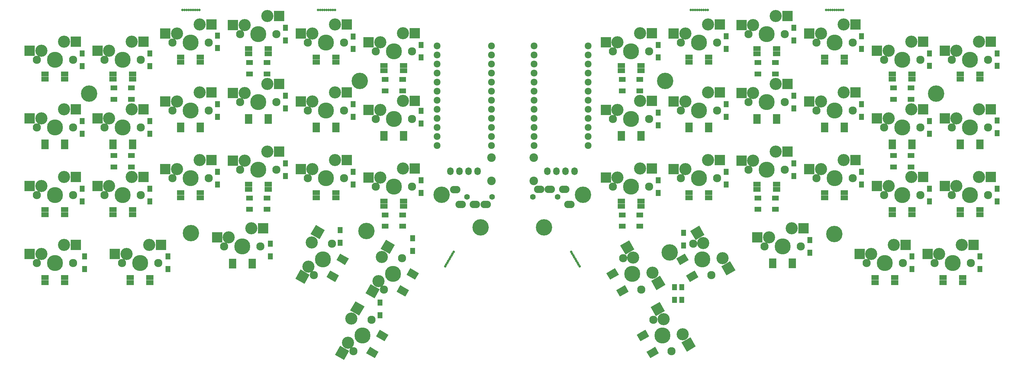
<source format=gbr>
%TF.GenerationSoftware,KiCad,Pcbnew,(5.1.6-0-10_14)*%
%TF.CreationDate,2020-09-29T15:33:20+02:00*%
%TF.ProjectId,cornetrack,636f726e-6574-4726-9163-6b2e6b696361,1.1*%
%TF.SameCoordinates,Original*%
%TF.FileFunction,Soldermask,Bot*%
%TF.FilePolarity,Negative*%
%FSLAX46Y46*%
G04 Gerber Fmt 4.6, Leading zero omitted, Abs format (unit mm)*
G04 Created by KiCad (PCBNEW (5.1.6-0-10_14)) date 2020-09-29 15:33:20*
%MOMM*%
%LPD*%
G01*
G04 APERTURE LIST*
%ADD10C,0.100000*%
%ADD11C,4.500000*%
%ADD12C,2.300000*%
%ADD13C,3.400000*%
%ADD14C,0.700000*%
%ADD15R,2.950000X2.900000*%
%ADD16R,1.400000X1.800000*%
%ADD17R,2.100000X1.400000*%
%ADD18C,1.600000*%
%ADD19O,2.900000X2.100000*%
%ADD20C,1.924000*%
%ADD21C,4.600000*%
%ADD22O,1.797000X2.178000*%
%ADD23C,2.400000*%
%ADD24R,1.900000X1.400000*%
G04 APERTURE END LIST*
D10*
%TO.C,SW41*%
G36*
X191063916Y-106278914D02*
G01*
X188552442Y-107728914D01*
X187077442Y-105174140D01*
X189588916Y-103724140D01*
X191063916Y-106278914D01*
G37*
D11*
X190413474Y-113132317D03*
D12*
X192953474Y-117531726D03*
X187873474Y-108732908D03*
D10*
G36*
X199727120Y-116204024D02*
G01*
X197215646Y-117654024D01*
X195740646Y-115099250D01*
X198252120Y-113649250D01*
X199727120Y-116204024D01*
G37*
D13*
X190708179Y-108562760D03*
X196082883Y-112792022D03*
%TD*%
D14*
%TO.C,REF\u002A\u002A*%
X130681375Y-91712608D03*
X130978250Y-91198405D03*
X131275125Y-90684203D03*
X131572000Y-90170000D03*
X131868875Y-89655798D03*
X129790750Y-93255216D03*
X130384500Y-92226811D03*
X129493875Y-93769418D03*
X130087625Y-92741013D03*
%TD*%
%TO.C,REF\u002A\u002A*%
X166584375Y-92741013D03*
X167178125Y-93769418D03*
X166287500Y-92226811D03*
X166881250Y-93255216D03*
X164803125Y-89655798D03*
X165100000Y-90170000D03*
X165396875Y-90684203D03*
X165693750Y-91198405D03*
X165990625Y-91712608D03*
%TD*%
D15*
%TO.C,SW44*%
X36898500Y-90290000D03*
D11*
X43983500Y-92830000D03*
D12*
X49063500Y-92830000D03*
X38903500Y-92830000D03*
D15*
X49825500Y-87750000D03*
D13*
X40173500Y-90290000D03*
X46523500Y-87750000D03*
%TD*%
D10*
%TO.C,SW21*%
G36*
X108622058Y-98717434D02*
G01*
X111133532Y-100167434D01*
X109658532Y-102722208D01*
X107147058Y-101272208D01*
X108622058Y-98717434D01*
G37*
D11*
X114882500Y-95854031D03*
D12*
X117422500Y-91454622D03*
X112342500Y-100253440D03*
D10*
G36*
X112885854Y-86252324D02*
G01*
X115397328Y-87702324D01*
X113922328Y-90257098D01*
X111410854Y-88807098D01*
X112885854Y-86252324D01*
G37*
D13*
X110777795Y-97883588D03*
X111753091Y-91114326D03*
%TD*%
D15*
%TO.C,SW8*%
X32022500Y-52240000D03*
D11*
X39107500Y-54780000D03*
D12*
X44187500Y-54780000D03*
X34027500Y-54780000D03*
D15*
X44949500Y-49700000D03*
D13*
X35297500Y-52240000D03*
X41647500Y-49700000D03*
%TD*%
D16*
%TO.C,D41*%
X195834000Y-103121000D03*
X195834000Y-99571000D03*
%TD*%
%TO.C,D47*%
X260350000Y-90935000D03*
X260350000Y-94485000D03*
%TD*%
%TO.C,D46*%
X279400000Y-94488000D03*
X279400000Y-90938000D03*
%TD*%
%TO.C,D45*%
X80518000Y-87376000D03*
X80518000Y-90926000D03*
%TD*%
%TO.C,D44*%
X51816000Y-90932000D03*
X51816000Y-94482000D03*
%TD*%
%TO.C,D43*%
X28448000Y-90932000D03*
X28448000Y-94482000D03*
%TD*%
D10*
%TO.C,SW42*%
G36*
X182554762Y-89000628D02*
G01*
X180043288Y-90450628D01*
X178568288Y-87895854D01*
X181079762Y-86445854D01*
X182554762Y-89000628D01*
G37*
D11*
X181904320Y-95854031D03*
D12*
X184444320Y-100253440D03*
X179364320Y-91454622D03*
D10*
G36*
X191217966Y-98925738D02*
G01*
X188706492Y-100375738D01*
X187231492Y-97820964D01*
X189742966Y-96370964D01*
X191217966Y-98925738D01*
G37*
D13*
X182199025Y-91284474D03*
X187573729Y-95513736D03*
%TD*%
D15*
%TO.C,SW48*%
X216999500Y-85602000D03*
D11*
X224084500Y-88142000D03*
D12*
X229164500Y-88142000D03*
X219004500Y-88142000D03*
D15*
X229926500Y-83062000D03*
D13*
X220274500Y-85602000D03*
X226624500Y-83062000D03*
%TD*%
D15*
%TO.C,SW38*%
X193529500Y-66485000D03*
D11*
X200614500Y-69025000D03*
D12*
X205694500Y-69025000D03*
X195534500Y-69025000D03*
D15*
X206456500Y-63945000D03*
D13*
X196804500Y-66485000D03*
X203154500Y-63945000D03*
%TD*%
D15*
%TO.C,SW34*%
X269529500Y-71235000D03*
D11*
X276614500Y-73775000D03*
D12*
X281694500Y-73775000D03*
X271534500Y-73775000D03*
D15*
X282456500Y-68695000D03*
D13*
X272804500Y-71235000D03*
X279154500Y-68695000D03*
%TD*%
D15*
%TO.C,SW32*%
X193529500Y-47485000D03*
D11*
X200614500Y-50025000D03*
D12*
X205694500Y-50025000D03*
X195534500Y-50025000D03*
D15*
X206456500Y-44945000D03*
D13*
X196804500Y-47485000D03*
X203154500Y-44945000D03*
%TD*%
D15*
%TO.C,SW31*%
X212529500Y-45110000D03*
D11*
X219614500Y-47650000D03*
D12*
X224694500Y-47650000D03*
X214534500Y-47650000D03*
D15*
X225456500Y-42570000D03*
D13*
X215804500Y-45110000D03*
X222154500Y-42570000D03*
%TD*%
D15*
%TO.C,SW30*%
X231529500Y-47485000D03*
D11*
X238614500Y-50025000D03*
D12*
X243694500Y-50025000D03*
X233534500Y-50025000D03*
D15*
X244456500Y-44945000D03*
D13*
X234804500Y-47485000D03*
X241154500Y-44945000D03*
%TD*%
D15*
%TO.C,SW29*%
X250529500Y-52235000D03*
D11*
X257614500Y-54775000D03*
D12*
X262694500Y-54775000D03*
X252534500Y-54775000D03*
D15*
X263456500Y-49695000D03*
D13*
X253804500Y-52235000D03*
X260154500Y-49695000D03*
%TD*%
D15*
%TO.C,SW28*%
X269529500Y-52235000D03*
D11*
X276614500Y-54775000D03*
D12*
X281694500Y-54775000D03*
X271534500Y-54775000D03*
D15*
X282456500Y-49695000D03*
D13*
X272804500Y-52235000D03*
X279154500Y-49695000D03*
%TD*%
D15*
%TO.C,SW27*%
X174522500Y-30865000D03*
D11*
X181607500Y-33405000D03*
D12*
X186687500Y-33405000D03*
X176527500Y-33405000D03*
D15*
X187449500Y-28325000D03*
D13*
X177797500Y-30865000D03*
X184147500Y-28325000D03*
%TD*%
D15*
%TO.C,SW26*%
X193529500Y-28485000D03*
D11*
X200614500Y-31025000D03*
D12*
X205694500Y-31025000D03*
X195534500Y-31025000D03*
D15*
X206456500Y-25945000D03*
D13*
X196804500Y-28485000D03*
X203154500Y-25945000D03*
%TD*%
D15*
%TO.C,SW25*%
X212529500Y-26110000D03*
D11*
X219614500Y-28650000D03*
D12*
X224694500Y-28650000D03*
X214534500Y-28650000D03*
D15*
X225456500Y-23570000D03*
D13*
X215804500Y-26110000D03*
X222154500Y-23570000D03*
%TD*%
D15*
%TO.C,SW24*%
X231529500Y-28485000D03*
D11*
X238614500Y-31025000D03*
D12*
X243694500Y-31025000D03*
X233534500Y-31025000D03*
D15*
X244456500Y-25945000D03*
D13*
X234804500Y-28485000D03*
X241154500Y-25945000D03*
%TD*%
D15*
%TO.C,SW23*%
X250529500Y-33235000D03*
D11*
X257614500Y-35775000D03*
D12*
X262694500Y-35775000D03*
X252534500Y-35775000D03*
D15*
X263456500Y-30695000D03*
D13*
X253804500Y-33235000D03*
X260154500Y-30695000D03*
%TD*%
D15*
%TO.C,SW22*%
X269529500Y-33235000D03*
D11*
X276614500Y-35775000D03*
D12*
X281694500Y-35775000D03*
X271534500Y-35775000D03*
D15*
X282456500Y-30695000D03*
D13*
X272804500Y-33235000D03*
X279154500Y-30695000D03*
%TD*%
D10*
%TO.C,SW20*%
G36*
X100088058Y-115995720D02*
G01*
X102599532Y-117445720D01*
X101124532Y-120000494D01*
X98613058Y-118550494D01*
X100088058Y-115995720D01*
G37*
D11*
X106348500Y-113132317D03*
D12*
X108888500Y-108732908D03*
X103808500Y-117531726D03*
D10*
G36*
X104351854Y-103530610D02*
G01*
X106863328Y-104980610D01*
X105388328Y-107535384D01*
X102876854Y-106085384D01*
X104351854Y-103530610D01*
G37*
D13*
X102243795Y-115161874D03*
X103219091Y-108392612D03*
%TD*%
D10*
%TO.C,SW19*%
G36*
X88983058Y-94609027D02*
G01*
X91494532Y-96059027D01*
X90019532Y-98613801D01*
X87508058Y-97163801D01*
X88983058Y-94609027D01*
G37*
D11*
X95243500Y-91745624D03*
D12*
X97783500Y-87346215D03*
X92703500Y-96145033D03*
D10*
G36*
X93246854Y-82143917D02*
G01*
X95758328Y-83593917D01*
X94283328Y-86148691D01*
X91771854Y-84698691D01*
X93246854Y-82143917D01*
G37*
D13*
X91138795Y-93775181D03*
X92114091Y-87005919D03*
%TD*%
D15*
%TO.C,SW18*%
X108022500Y-68865000D03*
D11*
X115107500Y-71405000D03*
D12*
X120187500Y-71405000D03*
X110027500Y-71405000D03*
D15*
X120949500Y-66325000D03*
D13*
X111297500Y-68865000D03*
X117647500Y-66325000D03*
%TD*%
D15*
%TO.C,SW17*%
X89022500Y-66490000D03*
D11*
X96107500Y-69030000D03*
D12*
X101187500Y-69030000D03*
X91027500Y-69030000D03*
D15*
X101949500Y-63950000D03*
D13*
X92297500Y-66490000D03*
X98647500Y-63950000D03*
%TD*%
D15*
%TO.C,SW16*%
X70022500Y-64115000D03*
D11*
X77107500Y-66655000D03*
D12*
X82187500Y-66655000D03*
X72027500Y-66655000D03*
D15*
X82949500Y-61575000D03*
D13*
X73297500Y-64115000D03*
X79647500Y-61575000D03*
%TD*%
D15*
%TO.C,SW12*%
X108022500Y-49865000D03*
D11*
X115107500Y-52405000D03*
D12*
X120187500Y-52405000D03*
X110027500Y-52405000D03*
D15*
X120949500Y-47325000D03*
D13*
X111297500Y-49865000D03*
X117647500Y-47325000D03*
%TD*%
D15*
%TO.C,SW11*%
X89022500Y-47490000D03*
D11*
X96107500Y-50030000D03*
D12*
X101187500Y-50030000D03*
X91027500Y-50030000D03*
D15*
X101949500Y-44950000D03*
D13*
X92297500Y-47490000D03*
X98647500Y-44950000D03*
%TD*%
D15*
%TO.C,SW10*%
X70022500Y-45115000D03*
D11*
X77107500Y-47655000D03*
D12*
X82187500Y-47655000D03*
X72027500Y-47655000D03*
D15*
X82949500Y-42575000D03*
D13*
X73297500Y-45115000D03*
X79647500Y-42575000D03*
%TD*%
D15*
%TO.C,SW9*%
X51022500Y-47490000D03*
D11*
X58107500Y-50030000D03*
D12*
X63187500Y-50030000D03*
X53027500Y-50030000D03*
D15*
X63949500Y-44950000D03*
D13*
X54297500Y-47490000D03*
X60647500Y-44950000D03*
%TD*%
D15*
%TO.C,SW5*%
X89022500Y-28490000D03*
D11*
X96107500Y-31030000D03*
D12*
X101187500Y-31030000D03*
X91027500Y-31030000D03*
D15*
X101949500Y-25950000D03*
D13*
X92297500Y-28490000D03*
X98647500Y-25950000D03*
%TD*%
D15*
%TO.C,SW4*%
X70022500Y-26115000D03*
D11*
X77107500Y-28655000D03*
D12*
X82187500Y-28655000D03*
X72027500Y-28655000D03*
D15*
X82949500Y-23575000D03*
D13*
X73297500Y-26115000D03*
X79647500Y-23575000D03*
%TD*%
D15*
%TO.C,SW3*%
X51022500Y-28490000D03*
D11*
X58107500Y-31030000D03*
D12*
X63187500Y-31030000D03*
X53027500Y-31030000D03*
D15*
X63949500Y-25950000D03*
D13*
X54297500Y-28490000D03*
X60647500Y-25950000D03*
%TD*%
D15*
%TO.C,SW2*%
X32022500Y-33240000D03*
D11*
X39107500Y-35780000D03*
D12*
X44187500Y-35780000D03*
X34027500Y-35780000D03*
D15*
X44949500Y-30700000D03*
D13*
X35297500Y-33240000D03*
X41647500Y-30700000D03*
%TD*%
D15*
%TO.C,SW1*%
X13022500Y-33240000D03*
D11*
X20107500Y-35780000D03*
D12*
X25187500Y-35780000D03*
X15027500Y-35780000D03*
D15*
X25949500Y-30700000D03*
D13*
X16297500Y-33240000D03*
X22647500Y-30700000D03*
%TD*%
D15*
%TO.C,SW7*%
X13022500Y-52240000D03*
D11*
X20107500Y-54780000D03*
D12*
X25187500Y-54780000D03*
X15027500Y-54780000D03*
D15*
X25949500Y-49700000D03*
D13*
X16297500Y-52240000D03*
X22647500Y-49700000D03*
%TD*%
D15*
%TO.C,SW14*%
X32022500Y-71240000D03*
D11*
X39107500Y-73780000D03*
D12*
X44187500Y-73780000D03*
X34027500Y-73780000D03*
D15*
X44949500Y-68700000D03*
D13*
X35297500Y-71240000D03*
X41647500Y-68700000D03*
%TD*%
D15*
%TO.C,SW37*%
X212529500Y-64110000D03*
D11*
X219614500Y-66650000D03*
D12*
X224694500Y-66650000D03*
X214534500Y-66650000D03*
D15*
X225456500Y-61570000D03*
D13*
X215804500Y-64110000D03*
X222154500Y-61570000D03*
%TD*%
D15*
%TO.C,SW35*%
X250529500Y-71235000D03*
D11*
X257614500Y-73775000D03*
D12*
X262694500Y-73775000D03*
X252534500Y-73775000D03*
D15*
X263456500Y-68695000D03*
D13*
X253804500Y-71235000D03*
X260154500Y-68695000D03*
%TD*%
D15*
%TO.C,SW13*%
X13022500Y-71240000D03*
D11*
X20107500Y-73780000D03*
D12*
X25187500Y-73780000D03*
X15027500Y-73780000D03*
D15*
X25949500Y-68700000D03*
D13*
X16297500Y-71240000D03*
X22647500Y-68700000D03*
%TD*%
D15*
%TO.C,SW39*%
X174529500Y-68860000D03*
D11*
X181614500Y-71400000D03*
D12*
X186694500Y-71400000D03*
X176534500Y-71400000D03*
D15*
X187456500Y-66320000D03*
D13*
X177804500Y-68860000D03*
X184154500Y-66320000D03*
%TD*%
D15*
%TO.C,SW33*%
X174529500Y-49860000D03*
D11*
X181614500Y-52400000D03*
D12*
X186694500Y-52400000D03*
X176534500Y-52400000D03*
D15*
X187456500Y-47320000D03*
D13*
X177804500Y-49860000D03*
X184154500Y-47320000D03*
%TD*%
D15*
%TO.C,SW6*%
X108022500Y-30865000D03*
D11*
X115107500Y-33405000D03*
D12*
X120187500Y-33405000D03*
X110027500Y-33405000D03*
D15*
X120949500Y-28325000D03*
D13*
X111297500Y-30865000D03*
X117647500Y-28325000D03*
%TD*%
D15*
%TO.C,SW43*%
X13022500Y-90290000D03*
D11*
X20107500Y-92830000D03*
D12*
X25187500Y-92830000D03*
X15027500Y-92830000D03*
D15*
X25949500Y-87750000D03*
D13*
X16297500Y-90290000D03*
X22647500Y-87750000D03*
%TD*%
D15*
%TO.C,SW46*%
X264703500Y-90285000D03*
D11*
X271788500Y-92825000D03*
D12*
X276868500Y-92825000D03*
X266708500Y-92825000D03*
D15*
X277630500Y-87745000D03*
D13*
X267978500Y-90285000D03*
X274328500Y-87745000D03*
%TD*%
D15*
%TO.C,SW47*%
X245653500Y-90285000D03*
D11*
X252738500Y-92825000D03*
D12*
X257818500Y-92825000D03*
X247658500Y-92825000D03*
D15*
X258580500Y-87745000D03*
D13*
X248928500Y-90285000D03*
X255278500Y-87745000D03*
%TD*%
D15*
%TO.C,SW45*%
X65559000Y-85598000D03*
D11*
X72644000Y-88138000D03*
D12*
X77724000Y-88138000D03*
X67564000Y-88138000D03*
D15*
X78486000Y-83058000D03*
D13*
X68834000Y-85598000D03*
X75184000Y-83058000D03*
%TD*%
D10*
%TO.C,SW40*%
G36*
X202193445Y-84892221D02*
G01*
X199681971Y-86342221D01*
X198206971Y-83787447D01*
X200718445Y-82337447D01*
X202193445Y-84892221D01*
G37*
D11*
X201543003Y-91745624D03*
D12*
X204083003Y-96145033D03*
X199003003Y-87346215D03*
D10*
G36*
X210856649Y-94817331D02*
G01*
X208345175Y-96267331D01*
X206870175Y-93712557D01*
X209381649Y-92262557D01*
X210856649Y-94817331D01*
G37*
D13*
X201837708Y-87176067D03*
X207212412Y-91405329D03*
%TD*%
D15*
%TO.C,SW15*%
X51022500Y-66490000D03*
D11*
X58107500Y-69030000D03*
D12*
X63187500Y-69030000D03*
X53027500Y-69030000D03*
D15*
X63949500Y-63950000D03*
D13*
X54297500Y-66490000D03*
X60647500Y-63950000D03*
%TD*%
D15*
%TO.C,SW36*%
X231529500Y-66485000D03*
D11*
X238614500Y-69025000D03*
D12*
X243694500Y-69025000D03*
X233534500Y-69025000D03*
D15*
X244456500Y-63945000D03*
D13*
X234804500Y-66485000D03*
X241154500Y-63945000D03*
%TD*%
D10*
%TO.C,LED52*%
G36*
X194251128Y-91567728D02*
G01*
X195463564Y-90867728D01*
X196513564Y-92686382D01*
X195301128Y-93386382D01*
X194251128Y-91567728D01*
G37*
G36*
X195463564Y-90867728D02*
G01*
X196676000Y-90167728D01*
X197726000Y-91986382D01*
X196513564Y-92686382D01*
X195463564Y-90867728D01*
G37*
G36*
X197001128Y-96330868D02*
G01*
X198213564Y-95630868D01*
X199263564Y-97449522D01*
X198051128Y-98149522D01*
X197001128Y-96330868D01*
G37*
G36*
X198213564Y-95630868D02*
G01*
X199426000Y-94930868D01*
X200476000Y-96749522D01*
X199263564Y-97449522D01*
X198213564Y-95630868D01*
G37*
%TD*%
D17*
%TO.C,LED59*%
X75394000Y-92264000D03*
X75394000Y-93664000D03*
X69894000Y-92264000D03*
X69894000Y-93664000D03*
%TD*%
%TO.C,LED56*%
X46733500Y-96880000D03*
X46733500Y-98280000D03*
X41233500Y-96880000D03*
X41233500Y-98280000D03*
%TD*%
%TO.C,LED58*%
X255481500Y-96880000D03*
X255481500Y-98280000D03*
X249981500Y-96880000D03*
X249981500Y-98280000D03*
%TD*%
%TO.C,LED57*%
X274531500Y-96880000D03*
X274531500Y-98280000D03*
X269031500Y-96880000D03*
X269031500Y-98280000D03*
%TD*%
%TO.C,LED55*%
X22857500Y-96880000D03*
X22857500Y-98280000D03*
X17357500Y-96880000D03*
X17357500Y-98280000D03*
%TD*%
D10*
%TO.C,LED26*%
G36*
X111312121Y-114035073D02*
G01*
X110099685Y-113335073D01*
X111149685Y-111516419D01*
X112362121Y-112216419D01*
X111312121Y-114035073D01*
G37*
G36*
X112524557Y-114735073D02*
G01*
X111312121Y-114035073D01*
X112362121Y-112216419D01*
X113574557Y-112916419D01*
X112524557Y-114735073D01*
G37*
G36*
X108562121Y-118798213D02*
G01*
X107349685Y-118098213D01*
X108399685Y-116279559D01*
X109612121Y-116979559D01*
X108562121Y-118798213D01*
G37*
G36*
X109774557Y-119498213D02*
G01*
X108562121Y-118798213D01*
X109612121Y-116979559D01*
X110824557Y-117679559D01*
X109774557Y-119498213D01*
G37*
%TD*%
D17*
%TO.C,LED7*%
X22857500Y-39830000D03*
X22857500Y-41230000D03*
X17357500Y-39830000D03*
X17357500Y-41230000D03*
%TD*%
%TO.C,LED8*%
X41857500Y-39830000D03*
X41857500Y-41230000D03*
X36357500Y-39830000D03*
X36357500Y-41230000D03*
%TD*%
%TO.C,LED9*%
X60857500Y-35080000D03*
X60857500Y-36480000D03*
X55357500Y-35080000D03*
X55357500Y-36480000D03*
%TD*%
%TO.C,LED10*%
X79857500Y-32705000D03*
X79857500Y-34105000D03*
X74357500Y-32705000D03*
X74357500Y-34105000D03*
%TD*%
%TO.C,LED11*%
X98857500Y-35080000D03*
X98857500Y-36480000D03*
X93357500Y-35080000D03*
X93357500Y-36480000D03*
%TD*%
%TO.C,LED12*%
X117857500Y-37455000D03*
X117857500Y-38855000D03*
X112357500Y-37455000D03*
X112357500Y-38855000D03*
%TD*%
%TO.C,LED13*%
X22857500Y-58830000D03*
X22857500Y-60230000D03*
X17357500Y-58830000D03*
X17357500Y-60230000D03*
%TD*%
%TO.C,LED14*%
X41857500Y-58830000D03*
X41857500Y-60230000D03*
X36357500Y-58830000D03*
X36357500Y-60230000D03*
%TD*%
%TO.C,LED15*%
X60857500Y-54080000D03*
X60857500Y-55480000D03*
X55357500Y-54080000D03*
X55357500Y-55480000D03*
%TD*%
%TO.C,LED16*%
X79857500Y-51705000D03*
X79857500Y-53105000D03*
X74357500Y-51705000D03*
X74357500Y-53105000D03*
%TD*%
%TO.C,LED17*%
X98857500Y-54080000D03*
X98857500Y-55480000D03*
X93357500Y-54080000D03*
X93357500Y-55480000D03*
%TD*%
%TO.C,LED18*%
X117857500Y-56455000D03*
X117857500Y-57855000D03*
X112357500Y-56455000D03*
X112357500Y-57855000D03*
%TD*%
%TO.C,LED19*%
X22857500Y-77830000D03*
X22857500Y-79230000D03*
X17357500Y-77830000D03*
X17357500Y-79230000D03*
%TD*%
%TO.C,LED20*%
X41857500Y-77830000D03*
X41857500Y-79230000D03*
X36357500Y-77830000D03*
X36357500Y-79230000D03*
%TD*%
%TO.C,LED21*%
X60857500Y-73080000D03*
X60857500Y-74480000D03*
X55357500Y-73080000D03*
X55357500Y-74480000D03*
%TD*%
%TO.C,LED22*%
X79857500Y-70705000D03*
X79857500Y-72105000D03*
X74357500Y-70705000D03*
X74357500Y-72105000D03*
%TD*%
%TO.C,LED24*%
X117857500Y-75455000D03*
X117857500Y-76855000D03*
X112357500Y-75455000D03*
X112357500Y-76855000D03*
%TD*%
D10*
%TO.C,LED25*%
G36*
X100207121Y-92648381D02*
G01*
X98994685Y-91948381D01*
X100044685Y-90129727D01*
X101257121Y-90829727D01*
X100207121Y-92648381D01*
G37*
G36*
X101419557Y-93348381D02*
G01*
X100207121Y-92648381D01*
X101257121Y-90829727D01*
X102469557Y-91529727D01*
X101419557Y-93348381D01*
G37*
G36*
X97457121Y-97411521D02*
G01*
X96244685Y-96711521D01*
X97294685Y-94892867D01*
X98507121Y-95592867D01*
X97457121Y-97411521D01*
G37*
G36*
X98669557Y-98111521D02*
G01*
X97457121Y-97411521D01*
X98507121Y-95592867D01*
X99719557Y-96292867D01*
X98669557Y-98111521D01*
G37*
%TD*%
%TO.C,LED27*%
G36*
X119846121Y-96756788D02*
G01*
X118633685Y-96056788D01*
X119683685Y-94238134D01*
X120896121Y-94938134D01*
X119846121Y-96756788D01*
G37*
G36*
X121058557Y-97456788D02*
G01*
X119846121Y-96756788D01*
X120896121Y-94938134D01*
X122108557Y-95638134D01*
X121058557Y-97456788D01*
G37*
G36*
X117096121Y-101519928D02*
G01*
X115883685Y-100819928D01*
X116933685Y-99001274D01*
X118146121Y-99701274D01*
X117096121Y-101519928D01*
G37*
G36*
X118308557Y-102219928D02*
G01*
X117096121Y-101519928D01*
X118146121Y-99701274D01*
X119358557Y-100401274D01*
X118308557Y-102219928D01*
G37*
%TD*%
D17*
%TO.C,LED43*%
X222357500Y-51705000D03*
X222357500Y-53105000D03*
X216857500Y-51705000D03*
X216857500Y-53105000D03*
%TD*%
%TO.C,LED44*%
X203357500Y-54080000D03*
X203357500Y-55480000D03*
X197857500Y-54080000D03*
X197857500Y-55480000D03*
%TD*%
%TO.C,LED45*%
X184357500Y-56455000D03*
X184357500Y-57855000D03*
X178857500Y-56455000D03*
X178857500Y-57855000D03*
%TD*%
%TO.C,LED46*%
X279357500Y-77830000D03*
X279357500Y-79230000D03*
X273857500Y-77830000D03*
X273857500Y-79230000D03*
%TD*%
%TO.C,LED47*%
X260357500Y-77830000D03*
X260357500Y-79230000D03*
X254857500Y-77830000D03*
X254857500Y-79230000D03*
%TD*%
%TO.C,LED48*%
X241357500Y-73080000D03*
X241357500Y-74480000D03*
X235857500Y-73080000D03*
X235857500Y-74480000D03*
%TD*%
%TO.C,LED49*%
X222357500Y-70705000D03*
X222357500Y-72105000D03*
X216857500Y-70705000D03*
X216857500Y-72105000D03*
%TD*%
%TO.C,LED50*%
X203357500Y-73080000D03*
X203357500Y-74480000D03*
X197857500Y-73080000D03*
X197857500Y-74480000D03*
%TD*%
%TO.C,LED51*%
X184357500Y-75455000D03*
X184357500Y-76855000D03*
X178857500Y-75455000D03*
X178857500Y-76855000D03*
%TD*%
%TO.C,LED60*%
X221327500Y-93597000D03*
X221327500Y-92197000D03*
X226827500Y-93597000D03*
X226827500Y-92197000D03*
%TD*%
D10*
%TO.C,LED53*%
G36*
X187149853Y-116979561D02*
G01*
X188362289Y-116279561D01*
X189412289Y-118098215D01*
X188199853Y-118798215D01*
X187149853Y-116979561D01*
G37*
G36*
X185937417Y-117679561D02*
G01*
X187149853Y-116979561D01*
X188199853Y-118798215D01*
X186987417Y-119498215D01*
X185937417Y-117679561D01*
G37*
G36*
X184399853Y-112216421D02*
G01*
X185612289Y-111516421D01*
X186662289Y-113335075D01*
X185449853Y-114035075D01*
X184399853Y-112216421D01*
G37*
G36*
X183187417Y-112916421D02*
G01*
X184399853Y-112216421D01*
X185449853Y-114035075D01*
X184237417Y-114735075D01*
X183187417Y-112916421D01*
G37*
%TD*%
%TO.C,LED54*%
G36*
X178640700Y-99701274D02*
G01*
X179853136Y-99001274D01*
X180903136Y-100819928D01*
X179690700Y-101519928D01*
X178640700Y-99701274D01*
G37*
G36*
X177428264Y-100401274D02*
G01*
X178640700Y-99701274D01*
X179690700Y-101519928D01*
X178478264Y-102219928D01*
X177428264Y-100401274D01*
G37*
G36*
X175890700Y-94938134D02*
G01*
X177103136Y-94238134D01*
X178153136Y-96056788D01*
X176940700Y-96756788D01*
X175890700Y-94938134D01*
G37*
G36*
X174678264Y-95638134D02*
G01*
X175890700Y-94938134D01*
X176940700Y-96756788D01*
X175728264Y-97456788D01*
X174678264Y-95638134D01*
G37*
%TD*%
D17*
%TO.C,LED23*%
X98857500Y-73080000D03*
X98857500Y-74480000D03*
X93357500Y-73080000D03*
X93357500Y-74480000D03*
%TD*%
%TO.C,LED34*%
X279357500Y-39830000D03*
X279357500Y-41230000D03*
X273857500Y-39830000D03*
X273857500Y-41230000D03*
%TD*%
%TO.C,LED35*%
X260357500Y-39830000D03*
X260357500Y-41230000D03*
X254857500Y-39830000D03*
X254857500Y-41230000D03*
%TD*%
%TO.C,LED36*%
X241357500Y-35080000D03*
X241357500Y-36480000D03*
X235857500Y-35080000D03*
X235857500Y-36480000D03*
%TD*%
%TO.C,LED37*%
X222357500Y-32705000D03*
X222357500Y-34105000D03*
X216857500Y-32705000D03*
X216857500Y-34105000D03*
%TD*%
%TO.C,LED38*%
X203357500Y-35080000D03*
X203357500Y-36480000D03*
X197857500Y-35080000D03*
X197857500Y-36480000D03*
%TD*%
%TO.C,LED39*%
X184357500Y-37455000D03*
X184357500Y-38855000D03*
X178857500Y-37455000D03*
X178857500Y-38855000D03*
%TD*%
%TO.C,LED40*%
X279357500Y-58830000D03*
X279357500Y-60230000D03*
X273857500Y-58830000D03*
X273857500Y-60230000D03*
%TD*%
%TO.C,LED41*%
X260357500Y-58830000D03*
X260357500Y-60230000D03*
X254857500Y-58830000D03*
X254857500Y-60230000D03*
%TD*%
%TO.C,LED42*%
X241357500Y-54080000D03*
X241357500Y-55480000D03*
X235857500Y-54080000D03*
X235857500Y-55480000D03*
%TD*%
D14*
%TO.C,REF\u002A\u002A*%
X239837000Y-21870000D03*
X241024500Y-21870000D03*
X239243250Y-21870000D03*
X240430750Y-21870000D03*
X236274500Y-21870000D03*
X236868250Y-21870000D03*
X237462000Y-21870000D03*
X238055750Y-21870000D03*
X238649500Y-21870000D03*
%TD*%
%TO.C,REF\u002A\u002A*%
X201925000Y-21885000D03*
X203112500Y-21885000D03*
X201331250Y-21885000D03*
X202518750Y-21885000D03*
X198362500Y-21885000D03*
X198956250Y-21885000D03*
X199550000Y-21885000D03*
X200143750Y-21885000D03*
X200737500Y-21885000D03*
%TD*%
%TO.C,REF\u002A\u002A*%
X95020000Y-21873000D03*
X93832500Y-21873000D03*
X95613750Y-21873000D03*
X94426250Y-21873000D03*
X98582500Y-21873000D03*
X97988750Y-21873000D03*
X97395000Y-21873000D03*
X96801250Y-21873000D03*
X96207500Y-21873000D03*
%TD*%
%TO.C,REF\u002A\u002A*%
X57049250Y-21869000D03*
X55861750Y-21869000D03*
X57643000Y-21869000D03*
X56455500Y-21869000D03*
X60611750Y-21869000D03*
X60018000Y-21869000D03*
X59424250Y-21869000D03*
X58830500Y-21869000D03*
X58236750Y-21869000D03*
%TD*%
D18*
%TO.C,J3*%
X154037500Y-74270000D03*
X161037500Y-74270000D03*
D19*
X155837500Y-72170000D03*
X158837500Y-72170000D03*
X162837500Y-72170000D03*
X164337500Y-76370000D03*
%TD*%
D18*
%TO.C,J1*%
X142634500Y-74292000D03*
X135634500Y-74292000D03*
D19*
X140834500Y-76392000D03*
X137834500Y-76392000D03*
X133834500Y-76392000D03*
X132334500Y-72192000D03*
%TD*%
D20*
%TO.C,U1*%
X127203900Y-31942000D03*
X127203900Y-34482000D03*
X127203900Y-37022000D03*
X127203900Y-39562000D03*
X127203900Y-42102000D03*
X127203900Y-44642000D03*
X127203900Y-47182000D03*
X127203900Y-49722000D03*
X127203900Y-52262000D03*
X127203900Y-54802000D03*
X127203900Y-57342000D03*
X127203900Y-59882000D03*
X142423900Y-59882000D03*
X142423900Y-57342000D03*
X142423900Y-54802000D03*
X142423900Y-52262000D03*
X142423900Y-49722000D03*
X142423900Y-47182000D03*
X142423900Y-44642000D03*
X142423900Y-42102000D03*
X142423900Y-39562000D03*
X142423900Y-37022000D03*
X142423900Y-34482000D03*
X142423900Y-31942000D03*
%TD*%
%TO.C,U2*%
X154378900Y-31912000D03*
X154378900Y-34452000D03*
X154378900Y-36992000D03*
X154378900Y-39532000D03*
X154378900Y-42072000D03*
X154378900Y-44612000D03*
X154378900Y-47152000D03*
X154378900Y-49692000D03*
X154378900Y-52232000D03*
X154378900Y-54772000D03*
X154378900Y-57312000D03*
X154378900Y-59852000D03*
X169598900Y-59852000D03*
X169598900Y-57312000D03*
X169598900Y-54772000D03*
X169598900Y-52232000D03*
X169598900Y-49692000D03*
X169598900Y-47152000D03*
X169598900Y-44612000D03*
X169598900Y-42072000D03*
X169598900Y-39532000D03*
X169598900Y-36992000D03*
X169598900Y-34452000D03*
X169598900Y-31912000D03*
%TD*%
D21*
%TO.C,Ref\u002A\u002A*%
X168148000Y-73660000D03*
%TD*%
%TO.C,Ref\u002A\u002A*%
X191144500Y-41775500D03*
%TD*%
%TO.C,Ref\u002A\u002A*%
X267099500Y-45265500D03*
%TD*%
%TO.C,Ref\u002A\u002A*%
X238547500Y-84702000D03*
%TD*%
%TO.C,Ref\u002A\u002A*%
X157226000Y-82804000D03*
%TD*%
%TO.C,Ref\u002A\u002A*%
X192429321Y-89849031D03*
%TD*%
%TO.C,Ref\u002A\u002A*%
X139446000Y-82775000D03*
%TD*%
%TO.C,Ref\u002A\u002A*%
X128524000Y-73660000D03*
%TD*%
%TO.C,Ref\u002A\u002A*%
X107442000Y-83820000D03*
%TD*%
%TO.C,Ref\u002A\u002A*%
X58207500Y-84448000D03*
%TD*%
%TO.C,Ref\u002A\u002A*%
X105575500Y-41765500D03*
%TD*%
%TO.C,Ref\u002A\u002A*%
X29718000Y-45265500D03*
%TD*%
D16*
%TO.C,D11*%
X103707500Y-48255000D03*
X103707500Y-51805000D03*
%TD*%
%TO.C,D9*%
X65707500Y-48255000D03*
X65707500Y-51805000D03*
%TD*%
%TO.C,D25*%
X227214500Y-26875000D03*
X227214500Y-30425000D03*
%TD*%
%TO.C,D1*%
X27734500Y-34001875D03*
X27734500Y-37551875D03*
%TD*%
%TO.C,D2*%
X46734500Y-34005000D03*
X46734500Y-37555000D03*
%TD*%
%TO.C,D3*%
X65707500Y-29005000D03*
X65707500Y-32555000D03*
%TD*%
%TO.C,D4*%
X84707500Y-26880000D03*
X84707500Y-30430000D03*
%TD*%
%TO.C,D5*%
X103707500Y-29255000D03*
X103707500Y-32805000D03*
%TD*%
%TO.C,D6*%
X122707500Y-31630000D03*
X122707500Y-35180000D03*
%TD*%
%TO.C,D7*%
X27734500Y-53001875D03*
X27734500Y-56551875D03*
%TD*%
%TO.C,D8*%
X46734500Y-53005000D03*
X46734500Y-56555000D03*
%TD*%
%TO.C,D10*%
X84707500Y-45880000D03*
X84707500Y-49430000D03*
%TD*%
%TO.C,D12*%
X122707500Y-50122000D03*
X122707500Y-53672000D03*
%TD*%
%TO.C,D13*%
X27734500Y-72001875D03*
X27734500Y-75551875D03*
%TD*%
%TO.C,D14*%
X46734500Y-72005000D03*
X46734500Y-75555000D03*
%TD*%
%TO.C,D15*%
X65707500Y-67255000D03*
X65707500Y-70805000D03*
%TD*%
%TO.C,D16*%
X84707500Y-64880000D03*
X84707500Y-68430000D03*
%TD*%
%TO.C,D17*%
X103707500Y-67255000D03*
X103707500Y-70805000D03*
%TD*%
%TO.C,D18*%
X122707500Y-69630000D03*
X122707500Y-73180000D03*
%TD*%
%TO.C,D19*%
X100076000Y-83569000D03*
X100076000Y-87119000D03*
%TD*%
%TO.C,D20*%
X111252000Y-107439000D03*
X111252000Y-103889000D03*
%TD*%
%TO.C,D21*%
X120396000Y-85855000D03*
X120396000Y-89405000D03*
%TD*%
%TO.C,D22*%
X284214500Y-34000000D03*
X284214500Y-37550000D03*
%TD*%
%TO.C,D23*%
X265214500Y-34000000D03*
X265214500Y-37550000D03*
%TD*%
%TO.C,D24*%
X246214500Y-29250000D03*
X246214500Y-32800000D03*
%TD*%
%TO.C,D26*%
X208214500Y-29250000D03*
X208214500Y-32800000D03*
%TD*%
%TO.C,D27*%
X189207500Y-31630000D03*
X189207500Y-35180000D03*
%TD*%
%TO.C,D28*%
X284214500Y-52850000D03*
X284214500Y-56400000D03*
%TD*%
%TO.C,D29*%
X265214500Y-53000000D03*
X265214500Y-56550000D03*
%TD*%
%TO.C,D30*%
X246214500Y-48250000D03*
X246214500Y-51800000D03*
%TD*%
%TO.C,D31*%
X227214500Y-45875000D03*
X227214500Y-49425000D03*
%TD*%
%TO.C,D32*%
X208214500Y-48250000D03*
X208214500Y-51800000D03*
%TD*%
%TO.C,D33*%
X189207500Y-50630000D03*
X189207500Y-54180000D03*
%TD*%
%TO.C,D34*%
X284214500Y-72000000D03*
X284214500Y-75550000D03*
%TD*%
%TO.C,D35*%
X265214500Y-72000000D03*
X265214500Y-75550000D03*
%TD*%
%TO.C,D36*%
X246214500Y-67250000D03*
X246214500Y-70800000D03*
%TD*%
%TO.C,D37*%
X227214500Y-64875000D03*
X227214500Y-68425000D03*
%TD*%
%TO.C,D38*%
X208214500Y-67250000D03*
X208214500Y-70800000D03*
%TD*%
%TO.C,D39*%
X189207500Y-69630000D03*
X189207500Y-73180000D03*
%TD*%
%TO.C,D48*%
X231684500Y-89902000D03*
X231684500Y-86352000D03*
%TD*%
%TO.C,D40*%
X196342000Y-84331000D03*
X196342000Y-87881000D03*
%TD*%
%TO.C,D42*%
X193802000Y-99571000D03*
X193802000Y-103121000D03*
%TD*%
D22*
%TO.C,J4*%
X158164500Y-67045000D03*
X160704500Y-67045000D03*
X163244500Y-67045000D03*
X165784500Y-67045000D03*
%TD*%
%TO.C,J2*%
X138568500Y-67028000D03*
X136028500Y-67028000D03*
X133488500Y-67028000D03*
X130948500Y-67028000D03*
%TD*%
D23*
%TO.C,RSW2*%
X154304500Y-63272000D03*
X154304500Y-69772000D03*
%TD*%
%TO.C,RSW1*%
X142424500Y-63281000D03*
X142424500Y-69781000D03*
%TD*%
D24*
%TO.C,LED3*%
X117557500Y-41305000D03*
X117557500Y-44505000D03*
X112657500Y-41305000D03*
X112657500Y-44505000D03*
%TD*%
%TO.C,LED1*%
X41557500Y-43680000D03*
X41557500Y-46880000D03*
X36657500Y-43680000D03*
X36657500Y-46880000D03*
%TD*%
%TO.C,LED2*%
X79557500Y-36555000D03*
X79557500Y-39755000D03*
X74657500Y-36555000D03*
X74657500Y-39755000D03*
%TD*%
%TO.C,LED4*%
X41557500Y-62680000D03*
X41557500Y-65880000D03*
X36657500Y-62680000D03*
X36657500Y-65880000D03*
%TD*%
%TO.C,LED5*%
X79557500Y-74555000D03*
X79557500Y-77755000D03*
X74657500Y-74555000D03*
X74657500Y-77755000D03*
%TD*%
%TO.C,LED6*%
X117557500Y-79305000D03*
X117557500Y-82505000D03*
X112657500Y-79305000D03*
X112657500Y-82505000D03*
%TD*%
%TO.C,LED28*%
X260057500Y-43680000D03*
X260057500Y-46880000D03*
X255157500Y-43680000D03*
X255157500Y-46880000D03*
%TD*%
%TO.C,LED29*%
X222057500Y-36555000D03*
X222057500Y-39755000D03*
X217157500Y-36555000D03*
X217157500Y-39755000D03*
%TD*%
%TO.C,LED30*%
X184057500Y-41305000D03*
X184057500Y-44505000D03*
X179157500Y-41305000D03*
X179157500Y-44505000D03*
%TD*%
%TO.C,LED31*%
X260057500Y-62680000D03*
X260057500Y-65880000D03*
X255157500Y-62680000D03*
X255157500Y-65880000D03*
%TD*%
%TO.C,LED32*%
X222057500Y-74555000D03*
X222057500Y-77755000D03*
X217157500Y-74555000D03*
X217157500Y-77755000D03*
%TD*%
%TO.C,LED33*%
X184057500Y-79305000D03*
X184057500Y-82505000D03*
X179157500Y-79305000D03*
X179157500Y-82505000D03*
%TD*%
M02*

</source>
